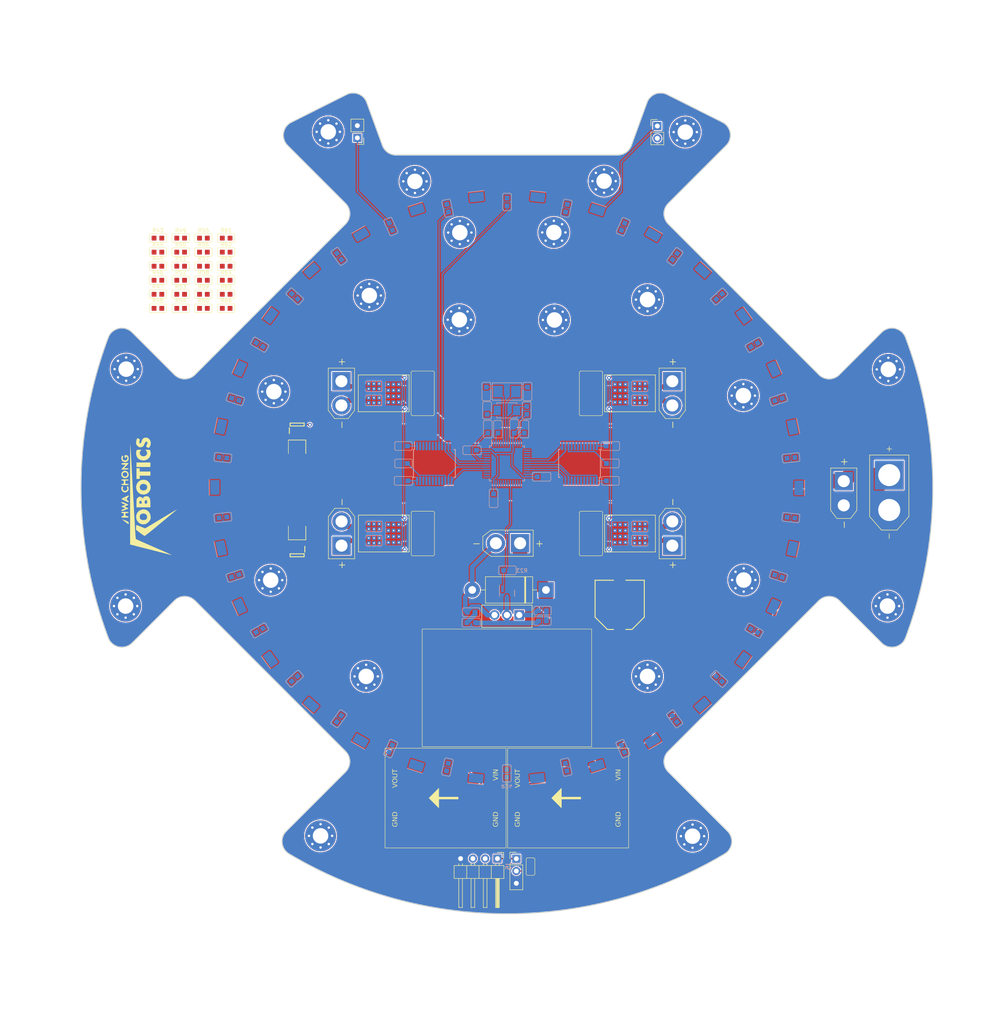
<source format=kicad_pcb>
(kicad_pcb (version 20221018) (generator pcbnew)
  (layers (0 "F.Cu" signal) (31 "B.Cu" signal) (34 "B.Paste" user) (35 "F.Paste" user) (36 "B.SilkS" user "B.Silkscreen") (37 "F.SilkS" user "F.Silkscreen") (38 "B.Mask" user) (39 "F.Mask" user) (44 "Edge.Cuts" user))
  (net 0 "")
  (net 1 "+5V")
  (net 2 "Net-(U4-PD0)")
  (net 3 "Net-(U4-PD1)")
  (net 4 "+12V")
  (net 5 "GND")
  (net 6 "/FL DIR")
  (net 7 "/FR DIR")
  (net 8 "/!FR DIR")
  (net 9 "/!FL DIR")
  (net 10 "/BL DIR")
  (net 11 "/BR DIR")
  (net 12 "/!BR DIR")
  (net 13 "/!BL DIR")
  (net 14 "Net-(C4-Pad1)")
  (net 15 "/FL B")
  (net 16 "/FL A")
  (net 17 "/FR B")
  (net 18 "/FR A")
  (net 19 "Net-(D1-A)")
  (net 20 "/TX")
  (net 21 "Net-(D2-A)")
  (net 22 "/RX")
  (net 24 "/FL PWM")
  (net 27 "/FR PWM")
  (net 30 "/BL PWM")
  (net 33 "/BR PWM")
  (net 37 "/BL B")
  (net 38 "/BL A")
  (net 39 "/BR B")
  (net 40 "/BR A")
  (net 41 "Net-(U2-I0)")
  (net 42 "Net-(U2-I1)")
  (net 43 "Net-(U2-I2)")
  (net 44 "Net-(U2-I3)")
  (net 45 "Net-(U2-I4)")
  (net 46 "Net-(U2-I5)")
  (net 47 "Net-(U2-I6)")
  (net 48 "Net-(U2-I7)")
  (net 49 "Net-(U2-I8)")
  (net 50 "Net-(U2-I9)")
  (net 51 "Net-(U2-I10)")
  (net 52 "Net-(U2-I11)")
  (net 53 "Net-(U2-I12)")
  (net 54 "Net-(U2-I13)")
  (net 55 "Net-(U2-I14)")
  (net 56 "/M1")
  (net 57 "Net-(U2-~{E})")
  (net 59 "/M SW")
  (net 61 "/S0")
  (net 62 "/S1")
  (net 63 "/S2")
  (net 64 "/S3")
  (net 65 "/Sol")
  (net 67 "+3V3")
  (net 81 "+48V")
  (net 85 "Net-(Q1-Pad1)")
  (net 86 "Net-(Q2-D)")
  (net 96 "/SWDIO")
  (net 97 "/SWCLK")
  (net 98 "/BOOT")
  (net 99 "/RST")
  (net 100 "Net-(U5-I0)")
  (net 101 "Net-(U5-I1)")
  (net 102 "Net-(U5-I2)")
  (net 103 "Net-(U5-I3)")
  (net 104 "Net-(U5-I4)")
  (net 105 "Net-(U5-I5)")
  (net 106 "Net-(U5-I6)")
  (net 107 "Net-(U5-I7)")
  (net 108 "Net-(U5-I8)")
  (net 109 "Net-(U5-I9)")
  (net 110 "Net-(U5-I10)")
  (net 111 "Net-(U5-I11)")
  (net 112 "Net-(U5-I12)")
  (net 113 "Net-(U5-I13)")
  (net 114 "Net-(U5-I14)")
  (net 116 "/M2")
  (net 117 "Net-(U5-~{E})")
  (net 118 "Net-(SW2-B)")
  (net 119 "/M1 S0")
  (net 120 "/M1 S1")
  (net 121 "/M1 S3")
  (net 122 "/M1 S2")
  (net 149 "/LG")
  (net 150 "Net-(R40-Pad1)")
  (net 151 "Net-(U6-INA)")
  (net 152 "Net-(U6-ENA)")
  (net 153 "Net-(U6-IN_PWM)")
  (net 154 "Net-(U6-ENB)")
  (net 155 "Net-(U6-INB)")
  (net 156 "Net-(U7-INA)")
  (net 157 "Net-(U7-ENA)")
  (net 158 "Net-(U7-IN_PWM)")
  (net 159 "Net-(U7-ENB)")
  (net 160 "Net-(U7-INB)")
  (net 161 "Net-(U8-INA)")
  (net 162 "Net-(U8-ENA)")
  (net 163 "Net-(U8-IN_PWM)")
  (net 164 "Net-(U8-ENB)")
  (net 165 "Net-(U8-INB)")
  (net 166 "Net-(U9-INA)")
  (net 167 "Net-(U9-ENA)")
  (net 168 "Net-(U9-IN_PWM)")
  (net 169 "Net-(U9-ENB)")
  (net 170 "Net-(U9-INB)")
  (footprint "Logo:HCRobo" (layer "F.Cu") (at 29.47 115.55 90)
    (fp_text reference "G***" hide)
    (fp_text value "LOGO" hide)
  )
  (footprint "Robocup:res0603" (layer "F.Cu") (at 36.4 62.42)
    (fp_text reference "R49")
    (fp_text value "1k")
  )
  (footprint "Robocup:AMASS_XT30-F" (layer "F.Cu") (at 69.608 97.055 -90)
    (fp_text reference "J6" hide)
    (fp_text value "FL")
  )
  (footprint "MountingHole:MountingHole_3.2mm_M3_Pad_Via" (layer "F.Cu") (at 113.498511 61.250531)
    (fp_text reference "H12" hide)
    (fp_text value "MountingHole_Pad")
  )
  (footprint "MountingHole:MountingHole_3.2mm_M3_Pad_Via" (layer "F.Cu") (at 123.875 50.65)
    (fp_text reference "H22" hide)
    (fp_text value "MountingHole_Pad")
  )
  (footprint "Robocup:EIA-7343-D" (layer "F.Cu") (at 86.433 123.425 -90)
    (fp_text reference "C12" hide)
    (fp_text value "220u")
  )
  (footprint "Robocup:res0603" (layer "F.Cu") (at 36.4 65.32)
    (fp_text reference "R50")
    (fp_text value "10k")
  )
  (footprint "Robocup:res0603" (layer "F.Cu") (at 36.4 71.12)
    (fp_text reference "R52")
    (fp_text value "1k")
  )
  (footprint "Robocup:res0603" (layer "F.Cu") (at 31.7 62.42)
    (fp_text reference "R43")
    (fp_text value "1k")
  )
  (footprint "Connector_PinHeader_2.54mm:PinHeader_1x04_P2.54mm_Horizontal" (layer "F.Cu") (at 101.85 190.55 -90)
    (fp_text reference "J5")
    (fp_text value "PGMR")
  )
  (footprint "Robocup:SOT95P280X145-6N" (layer "F.Cu") (at 60.455698 127.919302 -90)
    (fp_text reference "IC2" hide)
    (fp_text value "SN74LVC2G04DBVTG4" hide)
  )
  (footprint "Robocup:buck" (layer "F.Cu") (at 91.125 178.05 90)
    (fp_text reference "U1" hide)
    (fp_text value "~")
  )
  (footprint "Robocup:res0603" (layer "F.Cu") (at 41.1 71.12)
    (fp_text reference "R58")
    (fp_text value "1k")
  )
  (footprint "Robocup:EIA-7343-D" (layer "F.Cu") (at 121.167 123.425 -90)
    (fp_text reference "C13" hide)
    (fp_text value "220u")
  )
  (footprint "Robocup:res0603" (layer "F.Cu") (at 45.8 62.42)
    (fp_text reference "R61")
    (fp_text value "1k")
  )
  (footprint "Robocup:res0603" (layer "F.Cu") (at 41.1 62.42)
    (fp_text reference "R55")
    (fp_text value "1k")
  )
  (footprint "Diode_THT:D_DO-201AD_P15.24mm_Horizontal" (layer "F.Cu") (at 111.87 135.075 180)
    (fp_text reference "D1" hide)
    (fp_text value "1N5401")
  )
  (footprint "Robocup:res0603" (layer "F.Cu") (at 31.7 74.02)
    (fp_text reference "R47")
    (fp_text value "1k")
  )
  (footprint "MountingHole:MountingHole_3.2mm_M3_Pad_Via" (layer "F.Cu") (at 152.648511 94.950531)
    (fp_text reference "H2" hide)
    (fp_text value "MountingHole_Pad")
  )
  (footprint "Robocup:res0603" (layer "F.Cu") (at 31.7 76.92)
    (fp_text reference "R48")
    (fp_text value "1k")
  )
  (footprint "Robocup:CAPAE1030X1270N" (layer "F.Cu") (at 127.1 138.15 90)
    (fp_text reference "C5" hide)
    (fp_text value "1000u" hide)
  )
  (footprint "Robocup:EIA-7343-D" (layer "F.Cu") (at 121.167 94.475 90)
    (fp_text reference "C11" hide)
    (fp_text value "220u")
  )
  (footprint "MountingHole:MountingHole_3.2mm_M3_Pad_Via" (layer "F.Cu") (at 84.8 50.7)
    (fp_text reference "H21" hide)
    (fp_text value "MountingHole_Pad")
  )
  (footprint "MountingHole:MountingHole_3.2mm_M3_Pad_Via" (layer "F.Cu") (at 182.426455 138.400531)
    (fp_text reference "H7" hide)
    (fp_text value "MountingHole_Pad")
  )
  (footprint "MountingHole:MountingHole_3.2mm_M3_Pad_Via" (layer "F.Cu") (at 25.026455 138.403475)
    (fp_text reference "H5" hide)
    (fp_text value "MountingHole_Pad")
  )
  (footprint "Robocup:EIA-7343-D" (layer "F.Cu") (at 86.408 94.475 90)
    (fp_text reference "C10" hide)
    (fp_text value "220u")
  )
  (footprint "Robocup:TO255P1040X460X2890-3" (layer "F.Cu") (at 106.35 140.25 180)
    (fp_text reference "Q1" hide)
    (fp_text value "STP75NF75")
  )
  (footprint "Robocup:SOP50P1030X247-39N" (layer "F.Cu") (at 129.225 123.425 -90)
    (fp_text reference "U9" hide)
    (fp_text value "VNH5050A-E")
  )
  (footprint "MountingHole:MountingHole_3.2mm_M3_Pad_Via" (layer "F.Cu") (at 182.601455 89.528475)
    (fp_text reference "H3" hide)
    (fp_text value "MountingHole_Pad")
  )
  (footprint "MountingHole:MountingHole_3.2mm_M3_Pad_Via" (layer "F.Cu") (at 113.623511 79.325531)
    (fp_text reference "H20" hide)
    (fp_text value "MountingHole_Pad")
  )
  (footprint "Robocup:AMASS_XT60-M" (layer "F.Cu") (at 182.79 114.96 -90)
    (fp_text reference "J10" hide)
    (fp_text value "XT60")
  )
  (footprint "Robocup:res0603" (layer "F.Cu") (at 41.1 76.92)
    (fp_text reference "R60")
    (fp_text value "1k")
  )
  (footprint "Robocup:Boost" (layer "F.Cu") (at 103.8 155.25 90)
    (fp_text reference "Boost1" hide)
    (fp_text value "~")
  )
  (footprint "Robocup:res0603" (layer "F.Cu") (at 31.7 65.32)
    (fp_text reference "R44")
    (fp_text value "1k")
  )
  (footprint "MountingHole:MountingHole_3.2mm_M3_Pad_Via" (layer "F.Cu") (at 55.648511 94.125531)
    (fp_text reference "H13" hide)
    (fp_text value "MountingHole_Pad")
  )
  (footprint "Connector_PinHeader_2.54mm:PinHeader_1x02_P2.54mm_Vertical" (layer "F.Cu") (at 72.9 41.725 180)
    (fp_text reference "J3" hide)
    (fp_text value "LED")
  )
  (footprint "MountingHole:MountingHole_3.2mm_M3_Pad_Via" (layer "F.Cu") (at 54.998511 133.050531)
    (fp_text reference "H9" hide)
    (fp_text value "MountingHole_Pad")
  )
  (footprint "MountingHole:MountingHole_3.2mm_M3_Pad_Via" (layer "F.Cu") (at 142.151455 185.922587)
    (fp_text reference "H14" hide)
    (fp_text value "MountingHole_Pad")
  )
  (footprint "MountingHole:MountingHole_3.2mm_M3_Pad_Via" (layer "F.Cu") (at 75.373511 74.275531)
    (fp_text reference "H4" hide)
    (fp_text value "MountingHole_Pad")
  )
  (footprint "Robocup:526101433" (layer "F.Cu") (at 60.455698 114.419302 -90)
    (fp_text reference "J1" hide)
    (fp_text value "52610-1433" hide)
  )
  (footprint "Robocup:SOP50P1030X247-39N" (layer "F.Cu") (at 78.35 94.475 90)
    (fp_text reference "U6" hide)
    (fp_text value "VNH5050A-E")
  )
  (footprint "MountingHole:MountingHole_3.2mm_M3_Pad_Via" (layer "F.Cu") (at 65.301455 185.853475)
    (fp_text reference "H18" hide)
    (fp_text value "MountingHole_Pad")
  )
  (footprint "Robocup:SOP50P1030X247-39N" (layer "F.Cu") (at 78.375 123.425 90)
    (fp_text reference "U8" hide)
    (fp_text value "VNH5050A-E")
  )
  (footprint "Robocup:buck" (layer "F.Cu") (at 116.45 178.05 90)
    (fp_text reference "U3" hide)
    (fp_text value "~")
  )
  (footprint "Robocup:res0603" (layer "F.Cu") (at 36.4 74.02)
    (fp_text reference "R53")
    (fp_text value "10k")
  )
  (footprint "Robocup:res0603" (layer "F.Cu") (at 45.8 68.22)
    (fp_text reference "R63")
    (fp_text value "1k")
  )
  (footprint "Robocup:SOT95P280X145-6N" (layer "F.Cu") (at 60.455698 100.919302 90)
    (fp_text reference "IC1" hide)
    (fp_text value "SN74LVC2G04DBVTG4" hide)
  )
  (footprint "Robocup:SOP50P1030X247-39N" (layer "F.Cu") (at 129.225 94.475 -90)
    (fp_text reference "U7" hide)
    (fp_text value "VNH5050A-E")
  )
  (footprint "MountingHole:MountingHole_3.2mm_M3_Pad_Via" (layer "F.Cu") (at 152.723511 133.025531)
    (fp_text reference "H6" hide)
    (fp_text value "MountingHole_Pad")
  )
  (footprint "Robocup:res0603" (layer "F.Cu") (at 45.8 74.02)
    (fp_text reference "R65")
    (fp_text value "10k")
  )
  (footprint "MountingHole:MountingHole_3.2mm_M3_Pad_Via" (layer "F.Cu") (at 66.898511 40.475531)
    (fp_text reference "H19" hide)
    (fp_text value "MountingHole_Pad")
  )
  (footprint "Robocup:res0603" (layer "F.Cu") (at 45.8 65.32)
    (fp_text reference "R62")
    (fp_text value "10k")
  )
  (footprint "Robocup:res0603" (layer "F.Cu") (at 45.8 71.12)
    (fp_text reference "R64")
    (fp_text value "1k")
  )
  (footprint "MountingHole:MountingHole_3.2mm_M3_Pad_Via" (layer "F.Cu") (at 94.073511 61.275531)
    (fp_text reference "H8" hide)
    (fp_text value "MountingHole_Pad")
  )
  (footprint "Robocup:res0603" (layer "F.Cu") (at 108.675 192.2 90)
    (fp_text reference "R67" hide)
    (fp_text value "10K")
  )
  (footprint "Robocup:res0603" (layer "F.Cu") (at 36.4 76.92)
    (fp_text reference "R54")
    (fp_text value "1k")
  )
  (footprint "Robocup:res0603" (layer "F.Cu") (at 41.1 74.02)
    (fp_text reference "R59")
    (fp_text value "1k")
  )
  (footprint "Robocup:res0603" (layer "F.Cu") (at 36.4 68.22)
    (fp_text reference "R51")
    (fp_text value "1k")
  )
  (footprint "MountingHole:MountingHole_3.2mm_M3_Pad_Via" (layer "F.Cu") (at 25.148511 89.475531)
    (fp_text reference "H1" hide)
    (fp_text value "MountingHole_Pad")
  )
  (footprint "MountingHole:MountingHole_3.2mm_M3_Pad_Via" (layer "F.Cu") (at 132.85 152.925)
    (fp_text reference "H10" hide)
    (fp_text value "MountingHole_Pad")
  )
  (footprint "Connector_PinHeader_2.54mm:PinHeader_1x02_P2.54mm_Vertical" (layer "F.Cu") (at 134.875 39.275)
    (fp_text reference "J4" hide)
    (fp_text value "PhotoResis")
  )
  (footprint "Robocup:AMASS_XT30-F" (layer "F.Cu") (at 137.967 120.845 90)
    (fp_text reference "J9" hide)
    (fp_text value "BR")
  )
  (footprint "MountingHole:MountingHole_3.2mm_M3_Pad_Via" (layer "F.Cu") (at 132.851455 75.122587)
    (fp_text reference "H11" hide)
    (fp_text value "MountingHole_Pad")
  )
  (footprint "Robocup:AMASS_XT30-F" (layer "F.Cu") (at 101.445 125.425 180)
    (fp_text reference "J2" hide)
    (fp_text value "XT30")
  )
  (footprint "Robocup:AMASS_XT30-F" (layer "F.Cu") (at 69.633 120.845 90)
    (fp_text reference "J8" hide)
    (fp_text value "BL")
  )
  (footprint "Robocup:res0603" (layer "F.Cu") (at 41.1 68.22)
    (fp_text reference "R57")
    (fp_text value "1k")
  )
  (footprint "Robocup:res0603" (layer "F.Cu") (at 31.7 71.12)
    (fp_text reference "R46")
    (fp_text value "1k")
  )
  (footprint "MountingHole:MountingHole_3.2mm_M3_Pad_Via" (layer "F.Cu") (at 93.973511 79.275531)
    (fp_text reference "H16" hide)
    (fp_text value "MountingHole_Pad")
  )
  (footprint "Robocup:res0603" (layer "F.Cu") (at 31.7 68.22)
    (fp_text reference "R45")
    (fp_text value "1k")
  )
  (footprint "Robocup:AMASS_XT30-F" (layer "F.Cu") (at 173.39 117.689994 -90)
    (fp_text reference "J11" hide)
    (fp_text value "XT30-F")
  )
  (footprint "Connector_PinHeader_2.54mm:PinHeader_1x03_P2.54mm_Vertical" (layer "F.Cu") (at 105.75 190.575)
    (fp_text reference "SW2" hide)
    (fp_text value "M SW")
  )
  (footprint "MountingHole:MountingHole_3.2mm_M3_Pad_Via" (layer "F.Cu") (at 140.651455 40.528475)
    (fp_text reference "H15" hide)
    (fp_text value "MountingHole_Pad")
  )
  (footprint "Robocup:res0603" (layer "F.Cu") (at 45.8 76.92)
    (fp_text reference "R66")
    (fp_text value "1k")
  )
  (footprint "Robocup:res0603" (layer "F.Cu") (at 41.1 65.32)
    (fp_text reference "R56")
    (fp_text value "1k")
  )
  (footprint "MountingHole:MountingHole_3.2mm_M3_Pad_Via" (layer "F.Cu") (at 74.726455 152.928475)
    (fp_text reference "H17" hide)
    (fp_text value "MountingHole_Pad")
  )
  (footprint "Robocup:AMASS_XT30-F" (layer "F.Cu") (at 137.967 97.055 -90)
    (fp_text reference "J7" hide)
    (fp_text value "FR")
  )
  (footprint "Robocup:LED-3528" (layer "B.Cu") (at 46.586552 101.735475 168)
    (fp_text reference "D11" hide)
    (fp_text value "LED")
  )
  (footprint "Robocup:ALS-PT19" (layer "B.Cu") (at 127.774623 167.85935 114)
    (fp_text reference "R26" hide)
    (fp_text value "R_Photo")
  )
  (footprint "Robocup:LED-3528" (layer "B.Cu") (at 85.771365 58.294438 108)
    (fp_text reference "D16" hide)
    (fp_text value "LED")
  )
  (footprint "Robocup:cap0603" (layer "B.Cu") (at 96.425 141.825)
    (fp_text reference "C4" hide)
    (fp_text value "1500pF")
  )
  (footprint "Robocup:LED-3528" (layer "B.Cu") (at 45.297261 113.897736 180)
    (fp_text reference "D10" hide)
    (fp_text value "LED")
  )
  (footprint "Robocup:LED-3528" (layer "B.Cu") (at 109.863224 172.137718 -84)
    (fp_text reference "D32" hide)
    (fp_text value "LED")
  )
  (footprint "Robocup:cap0603" (layer "B.Cu") (at 99.55 94.1 -90)
    (fp_text reference "C1" hide)
    (fp_text value "22p")
  )
  (footprint "Robocup:LED-3528" (layer "B.Cu") (at 151.16043 79.605235 36)
    (fp_text reference "D22" hide)
    (fp_text value "LED")
  )
  (footprint "Robocup:LED-3528" (layer "B.Cu") (at 133.006108 164.64099 -60)
    (fp_text reference "D30" hide)
    (fp_text value "LED")
  )
  (footprint "Robocup:LED-3528" (layer "B.Cu") (at 109.967179 55.773208 84)
    (fp_text reference "D18" hide)
    (fp_text value "LED")
  )
  (footprint "Robocup:res0603" (layer "B.Cu") (at 103.9 131.025)
    (fp_text reference "R23")
    (fp_text value "10K")
  )
  (footprint "Robocup:res0603" (layer "B.Cu") (at 99.700003 97.999996 90)
    (fp_text reference "R40" hide)
    (fp_text value "1K")
  )
  (footprint "Robocup:ALS-PT19" (layer "B.Cu") (at 162.479405 107.807684 -174)
    (fp_text reference "R32" hide)
    (fp_text value "R_Photo")
  )
  (footprint "Robocup:ALS-PT19" (layer "B.Cu") (at 91.508757 171.655511 78)
    (fp_text reference "R15" hide)
    (fp_text value "R_Photo")
  )
  (footprint "Robocup:res0603" (layer "B.Cu") (at 96.425 139.675)
    (fp_text reference "R17" hide)
    (fp_text value "20")
  )
  (footprint "Robocup:ALS-PT19" (layer "B.Cu") (at 52.717001 84.428349 -30)
    (fp_text reference "R6" hide)
    (fp_text value "R_Photo")
  )
  (footprint "Robocup:LED-3528" (layer "B.Cu") (at 151.09899 148.37933 -36)
    (fp_text reference "D28" hide)
    (fp_text value "LED")
  )
  (footprint "Robocup:SW_PUSH_SPST" (layer "B.Cu") (at 103.8 98)
    (fp_text reference "SW1" hide)
    (fp_text value "STM RST" hide)
  )
  (footprint "Package_SO:SSOP-24_5.3x8.2mm_P0.65mm" (layer "B.Cu") (at 88.8125 108.95 -90)
    (fp_text reference "U2" hide)
    (fp_text value "CD74HC4067SM")
  )
  (footprint "Robocup:ALS-PT19" (layer "B.Cu") (at 147.628816 153.447284 138)
    (fp_text reference "R28" hide)
    (fp_text value "R_Photo")
  )
  (footprint "Robocup:LED-3528" (layer "B.Cu") (at 46.56482 126.062282 -168)
    (fp_text reference "D9" hide)
    (fp_text value "LED")
  )
  (footprint "Robocup:LED-3528" (layer "B.Cu") (at 133.096631 63.311274 60)
    (fp_text reference "D20" hide)
    (fp_text value "LED")
  )
  (footprint "Robocup:ALS-PT19" (layer "B.Cu") (at 147.662273 74.489873 -138)
    (fp_text reference "R35" hide)
    (fp_text value "R_Photo")
  )
  (footprint "Robocup:res0603" (layer "B.Cu") (at 125.175 108.95 180)
    (fp_text reference "R42" hide)
    (fp_text value "10K" hide)
  )
  (footprint "Robocup:res0603" (layer "B.Cu") (at 111.15 139.35 180)
    (fp_text reference "R18" hide)
    (fp_text value "1K")
  )
  (footprint "Package_SO:SSOP-24_5.3x8.2mm_P0.65mm" (layer "B.Cu") (at 118.8 108.95 90)
    (fp_text reference "U5" hide)
    (fp_text value "CD74HC4067SM")
  )
  (footprint "Robocup:ALS-PT19" (layer "B.Cu") (at 47.67994 132.158226 18)
    (fp_text reference "R10" hide)
    (fp_text value "R_Photo")
  )
  (footprint "Robocup:LED-3528" (layer "B.Cu") (at 162.302739 114.002264)
    (fp_text reference "D25" hide)
    (fp_text value "LED")
  )
  (footprint "Robocup:cap0603" (layer "B.Cu") (at 108.05 94.1 -90)
    (fp_text reference "C2" hide)
    (fp_text value "22p" hide)
  )
  (footprint "Robocup:ALS-PT19" (layer "B.Cu") (at 79.779699 167.839014 66)
    (fp_text reference "R14" hide)
    (fp_text value "R_Photo")
  )
  (footprint "Robocup:ALS-PT19" (layer "B.Cu") (at 138.459104 161.696697 126)
    (fp_text reference "R27" hide)
    (fp_text value "R_Photo")
  )
  (footprint "Robocup:LED-3528" (layer "B.Cu") (at 64.615187 157.391037 -132)
    (fp_text reference "D6" hide)
    (fp_text value "LED")
  )
  (footprint "Robocup:ALS-PT19" (layer "B.Cu") (at 162.474179 120.142042 174)
    (fp_text reference "R31" hide)
    (fp_text value "R_Photo")
  )
  (footprint "Robocup:led0603" (layer "B.Cu") (at 107.4 101.875 90)
    (fp_text reference "R39" hide)
    (fp_text value "2K")
  )
  (footprint "Robocup:cap0603" (layer "B.Cu") (at 125.175 105.35 180)
    (fp_text reference "C14" hide)
    (fp_text value "0.1u")
  )
  (footprint "Robocup:ALS-PT19" (layer "B.Cu") (at 159.92006 95.741774 -162)
    (fp_text reference "R33" hide)
    (fp_text value "R_Photo")
  )
  (footprint "Robocup:ALS-PT19" (layer "B.Cu") (at 59.971184 74.452716 -42)
    (fp_text reference "R5" hide)
    (fp_text value "R_Photo")
  )
  (footprint "Robocup:ALS-PT19" (layer "B.Cu") (at 154.882999 143.471651 150)
    (fp_text reference "R29" hide)
    (fp_text value "R_Photo")
  )
  (footprint "Robocup:LED-3528" (layer "B.Cu") (at 56.50101 79.52067 144)
    (fp_text reference "D13" hide)
    (fp_text value "LED")
  )
  (footprint "Package_QFP:LQFP-48_7x7mm_P0.5mm" (layer "B.Cu") (at 103.8 108.95 -90)
    (fp_text reference "U4" hide)
    (fp_text value "STM32F103CBTx")
  )
  (footprint "Robocup:ALS-PT19" (layer "B.Cu") (at 138.499555 66.232692 -126)
    (fp_text reference "R36" hide)
    (fp_text value "R_Photo" hide)
  )
  (footprint "Robocup:LED-3528" (layer "B.Cu") (at 157.266169 90.202538 24)
    (fp_text reference "D23" hide)
    (fp_text value "LED")
  )
  (footprint "Robocup:LED-3528" (layer "B.Cu") (at 97.632821 172.126792 -96)
    (fp_text reference "D3" hide)
    (fp_text value "LED")
  )
  (footprint "Robocup:ALS-PT19" (layer "B.Cu") (at 69.140896 66.203303 -54)
    (fp_text reference "R4" hide)
    (fp_text value "R_Photo")
  )
  (footprint "Robocup:ALS-PT19" (layer "B.Cu") (at 47.695391 95.694221 -18)
    (fp_text reference "R7" hide)
    (fp_text value "R_Photo")
  )
  (footprint "Robocup:LED-3528" (layer "B.Cu") (at 157.223654 137.792953 -24)
    (fp_text reference "D27" hide)
    (fp_text value "LED")
  )
  (footprint "Robocup:LED-3528" (layer "B.Cu") (at 56.43957 148.294765 -144)
    (fp_text reference "D7" hide)
    (fp_text value "LED")
  )
  (footprint "Robocup:cap0603" (layer "B.Cu") (at 110.975 111.7)
    (fp_text reference "C6" hide)
    (fp_text value "0.1u")
  )
  (footprint "Robocup:LED-3528" (layer "B.Cu") (at 64.692866 70.439021 132)
    (fp_text reference "D14" hide)
    (fp_text value "LED")
  )
  (footprint "Robocup:ALS-PT19" (layer "B.Cu") (at 103.825 54.95 -90)
    (fp_text reference "R1" hide)
    (fp_text value "R_Photo")
  )
  (footprint "Robocup:LED-3528" (layer "B.Cu") (at 74.503369 164.588726 -120)
    (fp_text reference "D5" hide)
    (fp_text value "LED")
  )
  (footprint "Robocup:LED-3528" (layer "B.Cu") (at 74.593892 63.25901 120)
    (fp_text reference "D15" hide)
    (fp_text value "LED")
  )
  (footprint "Robocup:res0603" (layer "B.Cu") (at 125.175 112.55 180)
    (fp_text reference "R41" hide)
    (fp_text value "3K24" hide)
  )
  (footprint "Robocup:ALS-PT19" (layer "B.Cu") (at 91.557664 56.234094 -78)
    (fp_text reference "R2" hide)
    (fp_text value "R_Photo")
  )
  (footprint "Robocup:res0603" (layer "B.Cu") (at 111.15 141.5 180)
    (fp_text reference "R21" hide)
    (fp_text value "10K")
  )
  (footprint "Robocup:res0603" (layer "B.Cu") (at 82.438 105.35)
    (fp_text reference "R19" hide)
    (fp_text value "3K24")
  )
  (footprint "Robocup:ALS-PT19" (layer "B.Cu") (at 79.825377 60.04065 -66)
    (fp_text reference "R3" hide)
    (fp_text value "R_Photo")
  )
  (footprint "Robocup:LED-3528" (layer "B.Cu") (at 97.736776 55.762282 96)
    (fp_text reference "D17" hide)
    (fp_text value "LED")
  )
  (footprint "Robocup:LED-3528" (layer "B.Cu") (at 85.671953 169.573261 -108)
    (fp_text reference "D4" hide)
    (fp_text value "LED")
  )
  (footprint "Robocup:LED-3528" (layer "B.Cu") (at 161.013448 126.164525 -12)
    (fp_text reference "D26" hide)
    (fp_text value "LED")
  )
  (footprint "Robocup:ALS-PT19" (layer "B.Cu") (at 45.125821 107.757958 -6)
    (fp_text reference "R8" hide)
    (fp_text value "R_Photo")
  )
  (footprint "Robocup:res0603" (layer "B.Cu") (at 82.438 108.95)
    (fp_text reference "R20" hide)
    (fp_text value "10K")
  )
  (footprint "Robocup:LED-3528" (layer "B.Cu") (at 50.376346 90.107047 156)
    (fp_text reference "D12" hide)
    (fp_text value "LED")
  )
  (footprint "Robocup:LED-3528" (layer "B.Cu") (at 121.928047 58.326739 72)
    (fp_text reference "D19" hide)
    (fp_text value "LED")
  )
  (footprint "Robocup:cap0603" (layer "B.Cu") (at 82.438 112.55)
    (fp_text reference "C3" hide)
    (fp_text value "0.1u")
  )
  (footprint "Robocup:cap0603" (layer "B.Cu") (at 105.3 101.775 90)
    (fp_text reference "C7" hide)
    (fp_text value "0.1u")
  )
  (footprint "Robocup:ALS-PT19" (layer "B.Cu") (at 116.042336 171.665906 102)
    (fp_text reference "R25" hide)
    (fp_text value "R_Photo")
  )
  (footprint "Robocup:ALS-PT19" (layer "B.Cu") (at 159.904609 132.205779 162)
    (fp_text reference "R30" hide)
    (fp_text value "R_Photo")
  )
  (footprint "Robocup:Crystal" (layer "B.Cu") (at 103.8 94.1 180)
    (fp_text reference "Y1" hide)
    (fp_text value "8Mhz" hide)
  )
  (footprint "Robocup:LED-3528" (layer "B.Cu") (at 121.828635 169.605562 -72)
    (fp_text reference "D31" hide)
    (fp_text value "LED")
  )
  (footprint "Robocup:LED-3528" (layer "B.Cu") (at 142.984813 70.508963 48)
    (fp_text reference "D21" hide)
    (fp_text value "LED")
  )
  (footprint "Robocup:LED-3528" (layer "B.Cu") (at 50.333831 137.697462 -156)
    (fp_text reference "D8" hide)
    (fp_text value "LED")
  )
  (footprint "Robocup:ALS-PT19" (layer "B.Cu") (at 103.775 172.95 90)
    (fp_text reference "R24")
    (fp_text value "R_Photo")
  )
  (footprint "Robocup:led0603" (layer "B.Cu") (at 101.95 101.875 -90)
    (fp_text reference "D2" hide)
    (fp_text value "LED")
  )
  (footprint "Robocup:cap0603" (layer "B.Cu") (at 101.05 116.15 -90)
    (fp_text reference "C8" hide)
    (fp_text value "0.1u")
  )
  (footprint "Robocup:ALS-PT19" (layer "B.Cu") (at 127.820301 60.060986 -114)
    (fp_text reference "R37" hide)
    (fp_text value "R_Photo")
  )
  (footprint "Robocup:ALS-PT19" (layer "B.Cu") (at 52.692001 143.428349 30)
    (fp_text reference "R11" hide)
    (fp_text value "R_Photo")
  )
  (footprint "Package_TO_SOT_SMD:SOT-23" (layer "B.Cu") (at 103.825 135.75 -90)
    (fp_text reference "Q2" hide)
    (fp_text value "AO3400A")
  )
  (footprint "Robocup:ALS-PT19" (layer "B.Cu") (at 116.091243 56.244489 -102)
    (fp_text reference "R38" hide)
    (fp_text value "R_Photo")
  )
  (footprint "Robocup:LED-3528" (layer "B.Cu") (at 161.03518 101.837718 12)
    (fp_text reference "D24" hide)
    (fp_text value "LED")
  )
  (footprint "Robocup:res0603" (layer "B.Cu") (at 107.900006 98.000004 90)
    (fp_text reference "R22" hide)
    (fp_text value "10K")
  )
  (footprint "Robocup:ALS-PT19" (layer "B.Cu") (at 45.120595 120.092316 6)
    (fp_text reference "R9" hide)
    (fp_text value "R_Photo")
  )
  (footprint "Robocup:ALS-PT19" (layer "B.Cu") (at 59.937727 153.410127 42)
    (fp_text reference "R12" hide)
    (fp_text value "R_Photo")
  )
  (footprint "Robocup:cap0603" (layer "B.Cu") (at 96.6 106.225 180)
    (fp_text reference "C9" hide)
    (fp_text value "0.1u")
  )
  (footprint "Robocup:ALS-PT19" (layer "B.Cu") (at 154.907999 84.471651 -150)
    (fp_text reference "R34" hide)
    (fp_text value "R_Photo")
  )
  (footprint "Robocup:ALS-PT19" (layer "B.Cu") (at 69.100445 161.667308 54)
    (fp_text reference "R13" hide)
    (fp_text value "R_Photo")
  )
  (footprint "Robocup:res0603" (layer "B.Cu") (at 99.85 101.875 -90)
    (fp_text reference "R16" hide)
    (fp_text value "10K")
  )
  (footprint "Robocup:LED-3528" (layer "B.Cu") (at 142.907134 157.460979 -48)
    (fp_text reference "D29" hide)
    (fp_text value "LED")
  )
  (gr_line (start 58.496015 43.292696) (end 70.463987 55.260668) (stroke (width 0.2)) (layer "Edge.Cuts"))
  (gr_arc (start 70.463987 55.260668) (mid 71.342667 57.381988) (end 70.463987 59.503309) (stroke (width 0.2)) (layer "Edge.Cuts"))
  (gr_arc (start 168.245733 137.285055) (mid 170.367054 136.406375) (end 172.488374 137.285055) (stroke (width 0.2)) (layer "Edge.Cuts"))
  (gr_line (start 168.245733 90.616007) (end 137.133035 59.503309) (stroke (width 0.2)) (layer "Edge.Cuts"))
  (gr_arc (start 186.154617 82.942922) (mid 191.798511 113.950531) (end 186.154617 144.95814) (stroke (width 0.2)) (layer "Edge.Cuts"))
  (gr_line (start 70.463987 172.640394) (end 58.222512 184.881869) (stroke (width 0.2)) (layer "Edge.Cuts"))
  (gr_arc (start 80.896944 45.25758) (mid 79.176215 44.715036) (end 78.077866 43.283641) (stroke (width 0.2)) (layer "Edge.Cuts"))
  (gr_arc (start 21.442405 82.942922) (mid 23.616836 81.067577) (end 26.37132 81.878679) (stroke (width 0.2)) (layer "Edge.Cuts"))
  (gr_arc (start 129.519156 43.283641) (mid 128.420807 44.715036) (end 126.700078 45.25758) (stroke (width 0.2)) (layer "Edge.Cuts"))
  (gr_line (start 149.37451 184.881869) (end 137.133035 172.640394) (stroke (width 0.2)) (layer "Edge.Cuts"))
  (gr_line (start 172.488374 137.285055) (end 181.225702 146.022383) (stroke (width 0.2)) (layer "Edge.Cuts"))
  (gr_arc (start 21.442405 144.95814) (mid 15.798511 113.950531) (end 21.442405 82.942922) (stroke (width 0.2)) (layer "Edge.Cuts"))
  (gr_line (start 132.74421 34.422878) (end 129.519156 43.283641) (stroke (width 0.2)) (layer "Edge.Cuts"))
  (gr_line (start 70.463987 59.503309) (end 39.351289 90.616007) (stroke (width 0.2)) (layer "Edge.Cuts"))
  (gr_line (start 181.225702 81.878679) (end 172.488374 90.616007) (stroke (width 0.2)) (layer "Edge.Cuts"))
  (gr_arc (start 137.133035 59.503309) (mid 136.254356 57.381989) (end 137.133035 55.260668) (stroke (width 0.2)) (layer "Edge.Cuts"))
  (gr_arc (start 70.689419 32.766996) (mid 73.142435 32.661326) (end 74.852812 34.422878) (stroke (width 0.2)) (layer "Edge.Cuts"))
  (gr_line (start 39.351289 137.285055) (end 70.463987 168.397753) (stroke (width 0.2)) (layer "Edge.Cuts"))
  (gr_arc (start 70.463987 168.397753) (mid 71.342667 170.519074) (end 70.463987 172.640394) (stroke (width 0.2)) (layer "Edge.Cuts"))
  (gr_line (start 35.108648 90.616007) (end 26.37132 81.878679) (stroke (width 0.2)) (layer "Edge.Cuts"))
  (gr_arc (start 149.37451 184.881869) (mid 150.230012 187.3754) (end 148.786884 189.581519) (stroke (width 0.2)) (layer "Edge.Cuts"))
  (gr_line (start 70.689419 32.766996) (end 59.273019 38.489433) (stroke (width 0.2)) (layer "Edge.Cuts"))
  (gr_line (start 126.700078 45.25758) (end 80.896944 45.25758) (stroke (width 0.2)) (layer "Edge.Cuts"))
  (gr_arc (start 186.154617 144.95814) (mid 183.980182 146.833475) (end 181.225702 146.022383) (stroke (width 0.2)) (layer "Edge.Cuts"))
  (gr_arc (start 58.496015 43.292696) (mid 57.655834 40.692306) (end 59.273019 38.489433) (stroke (width 0.2)) (layer "Edge.Cuts"))
  (gr_arc (start 26.37132 146.022383) (mid 23.616836 146.833485) (end 21.442405 144.95814) (stroke (width 0.2)) (layer "Edge.Cuts"))
  (gr_arc (start 148.786884 189.581519) (mid 103.798511 201.950531) (end 58.810138 189.581519) (stroke (width 0.2)) (layer "Edge.Cuts"))
  (gr_line (start 78.077866 43.283641) (end 74.852812 34.422878) (stroke (width 0.2)) (layer "Edge.Cuts"))
  (gr_arc (start 172.488374 90.616007) (mid 170.367054 91.494687) (end 168.245733 90.616007) (stroke (width 0.2)) (layer "Edge.Cuts"))
  (gr_line (start 148.324003 38.489433) (end 136.907603 32.766996) (stroke (width 0.2)) (layer "Edge.Cuts"))
  (gr_arc (start 137.133035 172.640394) (mid 136.254352 170.519073) (end 137.133035 168.397753) (stroke (width 0.2)) (layer "Edge.Cuts"))
  (gr_line (start 137.133035 168.397753) (end 168.245733 137.285055) (stroke (width 0.2)) (layer "Edge.Cuts"))
  (gr_line (start 26.37132 146.022383) (end 35.108648 137.285055) (stroke (width 0.2)) (layer "Edge.Cuts"))
  (gr_arc (start 132.74421 34.422878) (mid 134.454587 32.661326) (end 136.907603 32.766996) (stroke (width 0.2)) (layer "Edge.Cuts"))
  (gr_arc (start 181.225702 81.878679) (mid 183.98018 81.067595) (end 186.154617 82.942922) (stroke (width 0.2)) (layer "Edge.Cuts"))
  (gr_arc (start 39.351289 90.616007) (mid 37.229968 91.494687) (end 35.108648 90.616007) (stroke (width 0.2)) (layer "Edge.Cuts"))
  (gr_arc (start 35.108648 137.285055) (mid 37.229968 136.406375) (end 39.351289 137.285055) (stroke (width 0.2)) (layer "Edge.Cuts"))
  (gr_arc (start 58.810138 189.581519) (mid 57.367012 187.375399) (end 58.222512 184.881869) (stroke (width 0.2)) (layer "Edge.Cuts"))
  (gr_line (start 137.133035 55.260668) (end 149.101007 43.292696) (stroke (width 0.2)) (layer "Edge.Cuts"))
  (gr_arc (start 148.324003 38.489433) (mid 149.941182 40.692304) (end 149.101007 43.292696) (stroke (width 0.2)) (layer "Edge.Cuts"))
  (segment (start 101.8 94.1) (end 101.6 93.9) (width 0.25) (layer "B.Cu") (net 2))
  (segment (start 101.05 93.2) (end 99.55 93.2) (width 0.25) (layer "B.Cu") (net 2))
  (segment (start 103.05 95.2) (end 101.95 94.1) (width 0.25) (layer "B.Cu") (net 2))
  (segment (start 101.95 94.1) (end 101.05 93.2) (width 0.25) (layer "B.Cu") (net 2))
  (segment (start 103.05 104.7875) (end 103.05 95.2) (width 0.25) (layer "B.Cu") (net 2))
  (segment (start 105.65 94.1) (end 106.55 93.2) (width 0.25) (layer "B.Cu") (net 3))
  (segment (start 105.65 94.3) (end 103.55 96.4) (width 0.25) (layer "B.Cu") (net 3))
  (segment (start 103.55 96.4) (end 103.55 104.7875) (width 0.25) (layer "B.Cu") (net 3))
  (segment (start 105.65 94.1) (end 105.65 94.3) (width 0.25) (layer "B.Cu") (net 3))
  (segment (start 106.55 93.2) (end 108.05 93.2) (width 0.25) (layer "B.Cu") (net 3))
  (segment (start 121.167 97.675) (end 124.367 94.475) (width 3) (layer "F.Cu") (net 4))
  (segment (start 101.525 170.859285) (end 101.525 169.85) (width 3) (layer "F.Cu") (net 4))
  (segment (start 143.059994 112.609994) (end 143.059994 114.365006) (width 3) (layer "F.Cu") (net 4))
  (segment (start 121.167 120.225) (end 124.367 123.425) (width 3) (layer "F.Cu") (net 4))
  (segment (start 91.608 115.05) (end 86.433 120.225) (width 3) (layer "F.Cu") (net 4))
  (segment (start 124.367 94.475) (end 127.2 94.475) (width 3) (layer "F.Cu") (net 4))
  (segment (start 126.85 169.85) (end 123.5 173.2) (width 3) (layer "F.Cu") (net 4))
  (segment (start 143.059994 112.609994) (end 143.059994 103.140006) (width 3) (layer "F.Cu") (net 4))
  (segment (start 123.5 173.2) (end 103.865715 173.2) (width 3) (layer "F.Cu") (net 4))
  (segment (start 121.175 120.217) (end 121.167 120.225) (width 3) (layer "F.Cu") (net 4))
  (segment (start 121.175 115.05) (end 91.608 115.05) (width 3) (layer "F.Cu") (net 4))
  (segment (start 121.167 99.334874) (end 121.167 97.675) (width 3) (layer "F.Cu") (net 4))
  (segment (start 91.873006 103.140006) (end 86.408 97.675) (width 3) (layer "F.Cu") (net 4))
  (segment (start 176.94 119.76) (end 126.85 169.85) (width 3) (layer "F.Cu") (net 4))
  (segment (start 86.433 120.225) (end 83.233 123.425) (width 3) (layer "F.Cu") (net 4))
  (segment (start 121.167 103.132006) (end 121.175 103.140006) (width 3) (layer "F.Cu") (net 4))
  (segment (start 121.175 115.05) (end 121.175 120.217) (width 3) (layer "F.Cu") (net 4))
  (segment (start 83.233 123.425) (end 80.4 123.425) (width 3) (layer "F.Cu") (net 4))
  (segment (start 121.175 103.140006) (end 91.873006 103.140006) (width 3) (layer "F.Cu") (net 4))
  (segment (start 124.367 123.425) (end 127.2 123.425) (width 3) (layer "F.Cu") (net 4))
  (segment (start 143.059994 114.365006) (end 142.375 115.05) (width 3) (layer "F.Cu") (net 4))
  (segment (start 176.94 117.21) (end 176.94 119.76) (width 3) (layer "F.Cu") (net 4))
  (segment (start 86.408 97.675) (end 83.208 94.475) (width 3) (layer "F.Cu") (net 4))
  (segment (start 182.79 111.36) (end 176.94 117.21) (width 3) (layer "F.Cu") (net 4))
  (segment (start 126.85 169.85) (end 123.8 169.85) (width 3) (layer "F.Cu") (net 4))
  (segment (start 182.79 111.36) (end 174.639994 111.36) (width 3) (layer "F.Cu") (net 4))
  (segment (start 174.639994 111.36) (end 173.39 112.609994) (width 3) (layer "F.Cu") (net 4))
  (segment (start 123.8 169.85) (end 119.2 165.25) (width 3) (layer "F.Cu") (net 4))
  (segment (start 83.208 94.475) (end 80.375 94.475) (width 3) (layer "F.Cu") (net 4))
  (segment (start 103.865715 173.2) (end 101.525 170.859285) (width 3) (layer "F.Cu") (net 4))
  (segment (start 121.167 97.675) (end 121.167 103.132006) (width 3) (layer "F.Cu") (net 4))
  (segment (start 173.39 112.609994) (end 143.059994 112.609994) (width 3) (layer "F.Cu") (net 4))
  (segment (start 142.375 115.05) (end 121.175 115.05) (width 3) (layer "F.Cu") (net 4))
  (segment (start 143.059994 103.140006) (end 124.972132 103.140006) (width 3) (layer "F.Cu") (net 4))
  (segment (start 124.972132 103.140006) (end 121.175 103.140006) (width 3) (layer "F.Cu") (net 4))
  (segment (start 111.95 139.35) (end 111.95 141.5) (width 1) (layer "B.Cu") (net 4))
  (segment (start 61.030698 112.444302) (end 61.030698 102.544302) (width 0.25) (layer "F.Cu") (net 6))
  (segment (start 61.030698 102.544302) (end 61.405698 102.169302) (width 0.25) (layer "F.Cu") (net 6))
  (segment (start 62.280698 112.919302) (end 61.505698 112.919302) (width 0.25) (layer "F.Cu") (net 6))
  (segment (start 61.505698 112.919302) (end 61.030698 112.444302) (width 0.25) (layer "F.Cu") (net 6))
  (segment (start 59.505698 102.169302) (end 59.505698 101.883114) (width 0.25) (layer "F.Cu") (net 7))
  (segment (start 63.025 100.9) (end 62.975 100.9) (width 0.25) (layer "F.Cu") (net 7))
  (segment (start 63.1 100.95) (end 63.025 100.9) (width 0.25) (layer "F.Cu") (net 7))
  (segment (start 59.880698 102.544302) (end 59.880698 113.294302) (width 0.25) (layer "F.Cu") (net 7))
  (segment (start 59.880698 113.294302) (end 61.505698 114.919302) (width 0.25) (layer "F.Cu") (net 7))
  (segment (start 60.488812 100.9) (end 62.925 100.9) (width 0.25) (layer "F.Cu") (net 7))
  (segment (start 59.505698 102.169302) (end 59.880698 102.544302) (width 0.25) (layer "F.Cu") (net 7))
  (segment (start 59.505698 101.883114) (end 60.488812 100.9) (width 0.25) (layer "F.Cu") (net 7))
  (segment (start 62.925 100.9) (end 63.1 100.95) (width 0.25) (layer "F.Cu") (net 7))
  (segment (start 61.505698 114.919302) (end 62.280698 114.919302) (width 0.25) (layer "F.Cu") (net 7))
  (via (at 63.1 100.95) (size 0.8) (drill 0.4) (layers "F.Cu" "B.Cu") (net 7))
  (segment (start 61.655698 116.919302) (end 59.8 118.775) (width 0.25) (layer "F.Cu") (net 10))
  (segment (start 62.280698 116.919302) (end 61.655698 116.919302) (width 0.25) (layer "F.Cu") (net 10))
  (segment (start 59.8 118.775) (end 59.8 126.375) (width 0.25) (layer "F.Cu") (net 10))
  (segment (start 59.8 126.375) (end 59.505698 126.669302) (width 0.25) (layer "F.Cu") (net 10))
  (segment (start 61.080698 126.344302) (end 61.080698 119.494302) (width 0.25) (layer "F.Cu") (net 11))
  (segment (start 61.655698 118.919302) (end 62.280698 118.919302) (width 0.25) (layer "F.Cu") (net 11))
  (segment (start 61.080698 119.494302) (end 61.655698 118.919302) (width 0.25) (layer "F.Cu") (net 11))
  (segment (start 61.405698 126.669302) (end 61.080698 126.344302) (width 0.25) (layer "F.Cu") (net 11))
  (segment (start 97.225 139.675) (end 97.225 140.125) (width 1) (layer "B.Cu") (net 14))
  (segment (start 97.225 140.125) (end 95.525 141.825) (width 1) (layer "B.Cu") (net 14))
  (segment (start 76.267 93.05) (end 70.6 93.05) (width 1) (layer "F.Cu") (net 15))
  (segment (start 70.6 93.05) (end 69.55 92) (width 1) (layer "F.Cu") (net 15))
  (segment (start 76.267 95.95) (end 70.6 95.95) (width 1) (layer "F.Cu") (net 16))
  (segment (start 70.6 95.95) (end 69.55 97) (width 1) (layer "F.Cu") (net 16))
  (segment (start 136.7 96.025) (end 137.75 97.075) (width 1) (layer "F.Cu") (net 17))
  (segment (start 131.033 96.025) (end 136.7 96.025) (width 1) (layer "F.Cu") (net 17))
  (segment (start 131.033 93.125) (end 136.7 93.125) (width 1) (layer "F.Cu") (net 18))
  (segment (start 136.7 93.125) (end 137.75 92.075) (width 1) (layer "F.Cu") (net 18))
  (segment (start 99.75 140.25) (end 101.25 140.25) (width 1) (layer "B.Cu") (net 19))
  (segment (start 95.625 139.675) (end 95.625 139.41434) (width 1) (layer "B.Cu") (net 19))
  (segment (start 96.63 135.075) (end 95.2 136.505) (width 1) (layer "B.Cu") (net 19))
  (segment (start 95.2 139.25) (end 95.625 139.675) (width 1) (layer "B.Cu") (net 19))
  (segment (start 96.63 130.32) (end 101.525 125.425) (width 1) (layer "B.Cu") (net 19))
  (segment (start 98.025 138.525) (end 99.75 140.25) (width 1) (layer "B.Cu") (net 19))
  (segment (start 95.2 136.505) (end 95.2 139.25) (width 1) (layer "B.Cu") (net 19))
  (segment (start 95.625 139.41434) (end 96.51434 138.525) (width 1) (layer "B.Cu") (net 19))
  (segment (start 96.63 135.075) (end 96.63 130.32) (width 1) (layer "B.Cu") (net 19))
  (segment (start 96.51434 138.525) (end 98.025 138.525) (width 1) (layer "B.Cu") (net 19))
  (segment (start 101.55 103.075) (end 101.55 104.7875) (width 0.25) (layer "B.Cu") (net 21))
  (segment (start 101.95 102.675) (end 101.55 103.075) (width 0.25) (layer "B.Cu") (net 21))
  (segment (start 70.625 122) (end 69.575 120.95) (width 1) (layer "F.Cu") (net 37))
  (segment (start 76.292 122) (end 70.625 122) (width 1) (layer "F.Cu") (net 37))
  (segment (start 76.292 124.9) (end 70.625 124.9) (width 1) (layer "F.Cu") (net 38))
  (segment (start 70.625 124.9) (end 69.575 125.95) (width 1) (layer "F.Cu") (net 38))
  (segment (start 131.25 124.875) (end 136.917 124.875) (width 1) (layer "F.Cu") (net 39))
  (segment (start 136.917 124.875) (end 137.967 125.925) (width 1) (layer "F.Cu") (net 39))
  (segment (start 136.917 121.975) (end 137.967 120.925) (width 1) (layer "F.Cu") (net 40))
  (segment (start 131.25 121.975) (end 136.917 121.975) (width 1) (layer "F.Cu") (net 40))
  (segment (start 90.4375 69.825935) (end 103.825 56.438435) (width 0.25) (layer "B.Cu") (net 41))
  (segment (start 103.825 56.438435) (end 103.825 55.75) (width 0.25) (layer "B.Cu") (net 41))
  (segment (start 90.4375 105.35) (end 90.4375 69.825935) (width 0.25) (layer "B.Cu") (net 41))
  (segment (start 91.723993 57.016612) (end 89.7875 58.953105) (width 0.25) (layer "B.Cu") (net 42))
  (segment (start 89.7875 58.953105) (end 89.7875 105.35) (width 0.25) (layer "B.Cu") (net 42))
  (segment (start 85.2375 105.35) (end 83.238 105.35) (width 0.25) (layer "B.Cu") (net 56))
  (segment (start 83.238 108.95) (end 85.688 111.4) (width 0.25) (layer "B.Cu") (net 57))
  (segment (start 85.688 111.4) (end 90.9375 111.4) (width 0.25) (layer "B.Cu") (net 57))
  (segment (start 91.0875 111.55) (end 91.0875 112.55) (width 0.25) (layer "B.Cu") (net 57))
  (segment (start 90.9375 111.4) (end 91.0875 111.55) (width 0.25) (layer "B.Cu") (net 57))
  (segment (start 81.6 89.395) (end 81.6 90.53833) (width 0.25) (layer "F.Cu") (net 59))
  (segment (start 108.675 185.285259) (end 108.675 191.4) (width 0.25) (layer "F.Cu") (net 59))
  (segment (start 125.975 119.554995) (end 125.23833 120.291665) (width 0.25) (layer "F.Cu") (net 59))
  (segment (start 93.65 129.95) (end 81.92667 129.95) (width 0.25) (layer "F.Cu") (net 59))
  (segment (start 81.6 98.41167) (end 82.33667 97.675) (width 0.25) (layer "F.Cu") (net 59))
  (segment (start 81.6 119.56333) (end 82.31167 120.275) (width 0.25) (layer "F.Cu") (net 59))
  (segment (start 125.975 98.37334) (end 125.26333 97.66167) (width 0.25) (layer "F.Cu") (net 59))
  (segment (start 125.975 118.411665) (end 125.975 119.554995) (width 0.25) (layer "F.Cu") (net 59))
  (segment (start 81.6 99.555) (end 81.6 98.41167) (width 0.25) (layer "F.Cu") (net 59))
  (segment (start 108.675 123.175) (end 115.418 129.918) (width 0.25) (layer "F.Cu") (net 59))
  (segment (start 115.418 129.918) (end 124.12 129.918) (width 0.25) (layer "F.Cu") (net 59))
  (segment (start 125.975 90.5) (end 125.23833 91.23667) (width 0.25) (layer "F.Cu") (net 59))
  (segment (start 82.55 97.675) (end 82.525 97.675) (width 0.25) (layer "F.Cu") (net 59))
  (segment (start 81.92667 129.95) (end 81.625 129.64833) (width 0.25) (layer "F.Cu") (net 59))
  (segment (start 100.699085 123.175) (end 108.675 123.175) (width 0.25) (layer "F.Cu") (net 59))
  (segment (start 82.31167 91.25) (end 82.65 91.25) (width 0.25) (layer "F.Cu") (net 59))
  (segment (start 82.675 97.65) (end 82.55 97.675) (width 0.25) (layer "F.Cu") (net 59))
  (segment (start 82.33667 97.675) (end 82.5 97.675) (width 0.25) (layer "F.Cu") (net 59))
  (segment (start 125.975 89.35667) (end 125.975 90.5) (width 0.25) (layer "F.Cu") (net 59))
  (segment (start 82.65 91.25) (end 82.6 91.25) (width 0.25) (layer "F.Cu") (net 59))
  (segment (start 93.65 129.95) (end 93.65 170.260259) (width 0.25) (layer "F.Cu") (net 59))
  (segment (start 81.625 129.64833) (end 81.625 128.505) (width 0.25) (layer "F.Cu") (net 59))
  (segment (start 81.6 127.43667) (end 82.33667 126.7) (width 0.25) (layer "F.Cu") (net 59))
  (segment (start 82.5 97.675) (end 82.675 97.65) (width 0.25) (layer "F.Cu") (net 59))
  (segment (start 81.6 128.58) (end 81.6 127.43667) (width 0.25) (layer "F.Cu") (net 59))
  (segment (start 93.924085 129.95) (end 100.699085 123.175) (width 0.25) (layer "F.Cu") (net 59))
  (segment (start 125.975 99.51667) (end 125.975 98.37334) (width 0.25) (layer "F.Cu") (net 59))
  (segment (start 93.65 129.95) (end 93.924085 129.95) (width 0.25) (layer "F.Cu") (net 59))
  (segment (start 81.6 118.42) (end 81.6 119.56333) (width 0.25) (layer "F.Cu") (net 59))
  (segment (start 93.65 170.260259) (end 108.675 185.285259) (width 0.25) (layer "F.Cu") (net 59))
  (segment (start 81.6 90.53833) (end 82.31167 91.25) (width 0.25) (layer "F.Cu") (net 59))
  (via (at 124.925 97.66167) (size 0.8) (drill 0.4) (layers "F.Cu" "B.Cu") (net 59))
  (via (at 82.675 97.65) (size 0.8) (drill 0.4) (layers "F.Cu" "B.Cu") (net 59))
  (via (at 82.65 120.275) (size 0.8) (drill 0.4) (layers "F.Cu" "B.Cu") (net 59))
  (via (at 82.675 126.675) (size 0.8) (drill 0.4) (layers "F.Cu" "B.Cu") (net 59))
  (via (at 124.9 120.316665) (size 0.8) (drill 0.4) (layers "F.Cu" "B.Cu") (net 59))
  (via (at 82.65 91.25) (size 0.8) (drill 0.4) (layers "F.Cu" "B.Cu") (net 59))
  (via (at 124.9 91.26167) (size 0.8) (drill 0.4) (layers "F.Cu" "B.Cu") (net 59))
  (via (at 124.925 126.716665) (size 0.8) (drill 0.4) (layers "F.Cu" "B.Cu") (net 59))
  (segment (start 82.675 97.65) (end 82.463 97.862) (width 0.25) (layer "B.Cu") (net 59))
  (segment (start 82.463 97.862) (end 82.463 120.088) (width 0.25) (layer "B.Cu") (net 59))
  (segment (start 82.65 91.25) (end 82.65 97.625) (width 0.25) (layer "B.Cu") (net 59))
  (segment (start 125.2 120.016665) (end 125.2 97.93667) (width 0.25) (layer "B.Cu") (net 59))
  (segment (start 125.2 97.93667) (end 124.925 97.66167) (width 0.25) (layer "B.Cu") (net 59))
  (segment (start 82.65 97.625) (end 82.675 97.65) (width 0.25) (layer "B.Cu") (net 59))
  (segment (start 124.925 97.66167) (end 124.925 91.28667) (width 0.25) (layer "B.Cu") (net 59))
  (segment (start 82.675 120.3) (end 82.675 126.675) (width 0.25) (layer "B.Cu") (net 59))
  (segment (start 82.65 120.275) (end 82.675 120.3) (width 0.25) (layer "B.Cu") (net 59))
  (segment (start 124.9 120.316665) (end 125.2 120.016665) (width 0.25) (layer "B.Cu") (net 59))
  (segment (start 124.925 126.716665) (end 124.925 120.341665) (width 0.25) (layer "B.Cu") (net 59))
  (segment (start 82.463 120.088) (end 82.65 120.275) (width 0.25) (layer "B.Cu") (net 59))
  (segment (start 116.525 112.55) (end 116.525 111.6) (width 0.25) (layer "B.Cu") (net 61))
  (segment (start 114.625 109.7) (end 107.9625 109.7) (width 0.25) (layer "B.Cu") (net 61))
  (segment (start 116.525 111.6) (end 114.625 109.7) (width 0.25) (layer "B.Cu") (net 61))
  (segment (start 115.875 111.65) (end 114.425 110.2) (width 0.25) (layer "B.Cu") (net 62))
  (segment (start 115.875 112.55) (end 115.875 111.65) (width 0.25) (layer "B.Cu") (net 62))
  (segment (start 114.425 110.2) (end 107.9625 110.2) (width 0.25) (layer "B.Cu") (net 62))
  (segment (start 113.65 108.7) (end 107.9625 108.7) (width 0.25) (layer "B.Cu") (net 63))
  (segment (start 115.875 106.475) (end 113.65 108.7) (width 0.25) (layer "B.Cu") (net 63))
  (segment (start 115.875 105.35) (end 115.875 106.475) (width 0.25) (layer "B.Cu") (net 63))
  (segment (start 107.9625 108.2) (end 112.375 108.2) (width 0.25) (layer "B.Cu") (net 64))
  (segment (start 112.375 108.2) (end 115.225 105.35) (width 0.25) (layer "B.Cu") (net 64))
  (segment (start 103.725 122.4) (end 103.725 130.4) (width 0.25) (layer "B.Cu") (net 65))
  (segment (start 104.55 113.1125) (end 104.55 121.575) (width 0.25) (layer "B.Cu") (net 65))
  (segment (start 104.55 121.575) (end 103.725 122.4) (width 0.25) (layer "B.Cu") (net 65))
  (segment (start 103.1 131.025) (end 103.1 134.5875) (width 0.25) (layer "B.Cu") (net 65))
  (segment (start 103.1 134.5875) (end 102.875 134.8125) (width 0.25) (layer "B.Cu") (net 65))
  (segment (start 103.725 130.4) (end 103.1 131.025) (width 0.25) (layer "B.Cu") (net 65))
  (segment (start 105.725 190.55) (end 105.75 190.575) (width 0.3) (layer "F.Cu") (net 67))
  (segment (start 101.85 190.55) (end 105.725 190.55) (width 0.3) (layer "F.Cu") (net 67))
  (segment (start 72.9 41.725) (end 72.9 52.709826) (width 0.3) (layer "B.Cu") (net 67))
  (segment (start 99.6375 106.2) (end 100.476041 106.2) (width 0.3) (layer "B.Cu") (net 67))
  (segment (start 110.075 111.7) (end 107.9625 111.7) (width 0.3) (layer "B.Cu") (net 67))
  (segment (start 72.9 52.709826) (end 79.499988 59.309814) (width 0.3) (layer "B.Cu") (net 67))
  (segment (start 105.075 102.975) (end 105.05 103) (width 0.3) (layer "B.Cu") (net 67))
  (segment (start 83.338 112.55) (end 85.2375 112.55) (width 0.3) (layer "B.Cu") (net 67))
  (segment (start 101.05 112.273959) (end 101.925 111.398959) (width 0.3) (layer "B.Cu") (net 67))
  (segment (start 100.476041 106.2) (end 101.176041 106.9) (width 0.3) (layer "B.Cu") (net 67))
  (segment (start 97.525 106.2) (end 99.6375 106.2) (width 0.3) (layer "B.Cu") (net 67))
  (segment (start 105.075 105.651041) (end 105.05 105.626041) (width 0.3) (layer "B.Cu") (net 67))
  (segment (start 107.123959 111.7) (end 104.85 109.426041) (width 0.3) (layer "B.Cu") (net 67))
  (segment (start 127.425 46.725) (end 127.425 52.775) (width 0.3) (layer "B.Cu") (net 67))
  (segment (start 97.5 106.225) (end 97.525 106.2) (width 0.3) (layer "B.Cu") (net 67))
  (segment (start 134.875 39.275) (end 127.425 46.725) (width 0.3) (layer "B.Cu") (net 67))
  (segment (start 123.611555 56.588445) (end 122.492853 56.588445) (width 0.3) (layer "B.Cu") (net 67))
  (segment (start 104.85 106.9) (end 105.075 106.675) (width 0.3) (layer "B.Cu") (net 67))
  (segment (start 101.925 111.398959) (end 101.925 107.648959) (width 0.3) (layer "B.Cu") (net 67))
  (segment (start 105.05 105.626041) (end 105.05 104.7875) (width 0.3) (layer "B.Cu") (net 67))
  (segment (start 122.375 105.35) (end 124.275 105.35) (width 0.3) (layer "B.Cu") (net 67))
  (segment (start 104.85 109.426041) (end 104.85 106.9) (width 0.3) (layer "B.Cu") (net 67))
  (segment (start 105.05 102.925) (end 105.05 104.7875) (width 0.3) (layer "B.Cu") (net 67))
  (segment (start 106.45 100.25001) (end 107.900006 98.800004) (width 0.3) (layer "B.Cu") (net 67))
  (segment (start 101.05 113.1125) (end 101.05 112.273959) (width 0.3) (layer "B.Cu") (net 67))
  (segment (start 105.3 102.675) (end 106.45 101.525) (width 0.3) (layer "B.Cu") (net 67))
  (segment (start 101.05 113.1125) (end 101.05 115.25) (width 0.3) (layer "B.Cu") (net 67))
  (segment (start 106.45 101.525) (end 106.45 100.25001) (width 0.3) (layer "B.Cu") (net 67))
  (segment (start 101.176041 106.9) (end 104.85 106.9) (width 0.3) (layer "B.Cu") (net 67))
  (segment (start 101.925 107.648959) (end 101.176041 106.9) (width 0.3) (layer "B.Cu") (net 67))
  (segment (start 107.9625 111.7) (end 107.123959 111.7) (width 0.3) (layer "B.Cu") (net 67))
  (segment (start 105.075 106.675) (end 105.075 105.651041) (width 0.3) (layer "B.Cu") (net 67))
  (segment (start 105.3 102.675) (end 105.05 102.925) (width 0.3) (layer "B.Cu") (net 67))
  (segment (start 127.425 52.775) (end 123.611555 56.588445) (width 0.3) (layer "B.Cu") (net 67))
  (segment (start 124.25 145.25) (end 127.1 142.4) (width 3) (layer "F.Cu") (net 81))
  (segment (start 111.87 137.92) (end 119.2 145.25) (width 3) (layer "F.Cu") (net 81))
  (segment (start 106.525 125.425) (end 106.525 129.73) (width 3) (layer "F.Cu") (net 81))
  (segment (start 119.2 145.25) (end 124.25 145.25) (width 3) (layer "F.Cu") (net 81))
  (segment (start 106.525 129.73) (end 111.87 135.075) (width 3) (layer "F.Cu") (net 81))
  (segment (start 111.87 135.075) (end 111.87 137.92) (width 3) (layer "F.Cu") (net 81))
  (segment (start 109.2 140.25) (end 106.35 140.25) (width 1) (layer "B.Cu") (net 85))
  (segment (start 110.35 139.35) (end 110.1 139.35) (width 1) (layer "B.Cu") (net 85))
  (segment (start 110.1 139.35) (end 109.325 140.125) (width 1) (layer "B.Cu") (net 85))
  (segment (start 104.035787 141.9) (end 109.95 141.9) (width 1) (layer "B.Cu") (net 86))
  (segment (start 103.8 136.7125) (end 103.825 136.6875) (width 1) (layer "B.Cu") (net 86))
  (segment (start 103.8 141.664213) (end 103.564213 141.9) (width 1) (layer "B.Cu") (net 86))
  (segment (start 97.4 141.9) (end 97.325 141.825) (width 1) (layer "B.Cu") (net 86))
  (segment (start 103.8 140.25) (end 103.8 136.7125) (width 1) (layer "B.Cu") (net 86))
  (segment (start 103.8 141.664213) (end 103.8 140.25) (width 1) (layer "B.Cu") (net 86))
  (segment (start 103.8 141.664213) (end 104.035787 141.9) (width 1) (layer "B.Cu") (net 86))
  (segment (start 109.95 141.9) (end 110.35 141.5) (width 1) (layer "B.Cu") (net 86))
  (segment (start 103.564213 141.9) (end 97.4 141.9) (width 1) (layer "B.Cu") (net 86))
  (segment (start 97.95 108.2) (end 99.6375 108.2) (width 0.25) (layer "B.Cu") (net 98))
  (segment (start 96.675 106.925) (end 97.95 108.2) (width 0.25) (layer "B.Cu") (net 98))
  (segment (start 99.85 102.675) (end 99.648959 102.675) (width 0.25) (layer "B.Cu") (net 98))
  (segment (start 99.6375 108.2) (end 100.369975 108.2) (width 0.25) (layer "B.Cu") (net 98))
  (segment (start 96.675 105.648959) (end 96.675 106.925) (width 0.25) (layer "B.Cu") (net 98))
  (segment (start 99.648959 102.675) (end 96.675 105.648959) (width 0.25) (layer "B.Cu") (net 98))
  (segment (start 104.05 99.75) (end 104.05 104.7875) (width 0.25) (layer "B.Cu") (net 99))
  (segment (start 105.8 98) (end 104.05 99.75) (width 0.25) (layer "B.Cu") (net 99))
  (segment (start 106.599996 97.200004) (end 105.8 98) (width 0.25) (layer "B.Cu") (net 99))
  (segment (start 107.900006 97.200004) (end 106.599996 97.200004) (width 0.25) (layer "B.Cu") (net 99))
  (segment (start 107.9625 109.2) (end 114.690686 109.2) (width 0.25) (layer "B.Cu") (net 116))
  (segment (start 122.375 112.55) (end 124.375 112.55) (width 0.25) (layer "B.Cu") (net 116))
  (segment (start 116.890686 111.4) (end 122.225 111.4) (width 0.25) (layer "B.Cu") (net 116))
  (segment (start 122.375 111.55) (end 122.375 112.55) (width 0.25) (layer "B.Cu") (net 116))
  (segment (start 114.690686 109.2) (end 116.890686 111.4) (width 0.25) (layer "B.Cu") (net 116))
  (segment (start 122.225 111.4) (end 122.375 111.55) (width 0.25) (layer "B.Cu") (net 116))
  (segment (start 124.375 108.95) (end 121.925 106.5) (width 0.25) (layer "B.Cu") (net 117))
  (segment (start 121.925 106.5) (end 116.55 106.5) (width 0.25) (layer "B.Cu") (net 117))
  (segment (start 116.525 106.475) (end 116.525 105.35) (width 0.25) (layer "B.Cu") (net 117))
  (segment (start 116.55 106.5) (end 116.525 106.475) (width 0.25) (layer "B.Cu") (net 117))
  (segment (start 108.56 193.115) (end 108.675 193) (width 0.25) (layer "F.Cu") (net 118))
  (segment (start 105.75 193.115) (end 108.56 193.115) (width 0.25) (layer "F.Cu") (net 118))
  (segment (start 91.0875 105.35) (end 91.0875 106.475) (width 0.25) (layer "B.Cu") (net 119))
  (segment (start 91.0875 106.475) (end 93.8125 109.2) (width 0.25) (layer "B.Cu") (net 119))
  (segment (start 93.8125 109.2) (end 99.6375 109.2) (width 0.25) (layer "B.Cu") (net 119))
  (segment (start 93.9625 108.7) (end 99.6375 108.7) (width 0.25) (layer "B.Cu") (net 120))
  (segment (start 91.7375 106.475) (end 93.9625 108.7) (width 0.25) (layer "B.Cu") (net 120))
  (segment (start 91.7375 105.35) (end 91.7375 106.475) (width 0.25) (layer "B.Cu") (net 120))
  (segment (start 94.7375 110.2) (end 99.6375 110.2) (width 0.25) (layer "B.Cu") (net 121))
  (segment (start 92.3875 112.55) (end 94.7375 110.2) (width 0.25) (layer "B.Cu") (net 121))
  (segment (start 91.7375 111.425) (end 91.7375 112.55) (width 0.25) (layer "B.Cu") (net 122))
  (segment (start 93.4625 109.7) (end 91.7375 111.425) (width 0.25) (layer "B.Cu") (net 122))
  (segment (start 99.6375 109.7) (end 93.4625 109.7) (width 0.25) (layer "B.Cu") (net 122))
  (segment (start 105.55 104.055025) (end 106.780025 102.825) (width 0.25) (layer "B.Cu") (net 149))
  (segment (start 105.55 104.7875) (end 105.55 104.055025) (width 0.25) (layer "B.Cu") (net 149))
  (segment (start 106.780025 102.825) (end 107.125 102.825) (width 0.25) (layer "B.Cu") (net 149))
  (segment (start 101.000004 98.799996) (end 101.8 98) (width 0.25) (layer "B.Cu") (net 150))
  (segment (start 99.700003 98.799996) (end 101.000004 98.799996) (width 0.25) (layer "B.Cu") (net 150))
  (zone (net 5) (net_name "GND") (layers "F&B.Cu") (connect_pads yes (clearance 0.2)) (min_thickness 0.2) (fill yes (thermal_gap 0.5) (thermal_bridge_width 0.5))
    (polygon (pts (xy -0.925 13.25) (xy 199.4 13.775) (xy 196.225 221.525) (xy 12.275 224.7) (xy 10.2 13.325) (xy 10.2 13.275)))
  )
)
</source>
